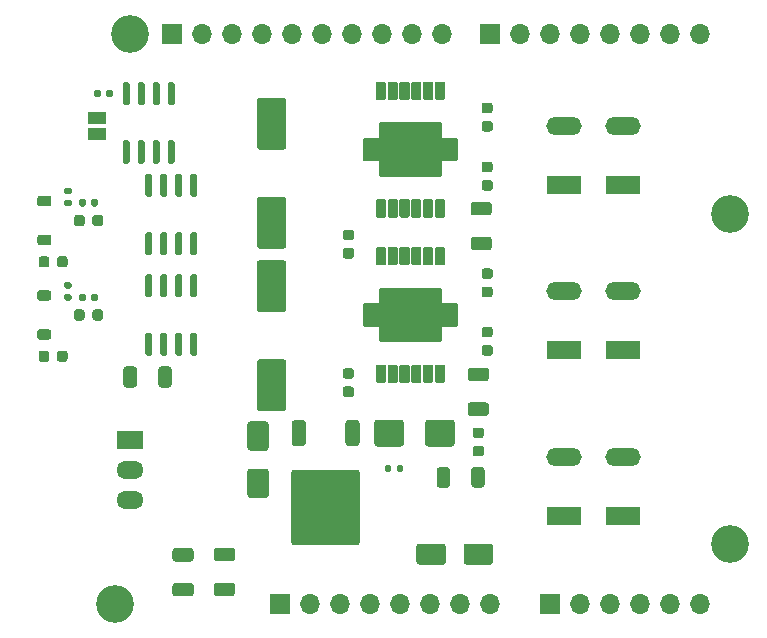
<source format=gbr>
G04 #@! TF.GenerationSoftware,KiCad,Pcbnew,8.0.8+1*
G04 #@! TF.CreationDate,2025-03-25T20:28:42+00:00*
G04 #@! TF.ProjectId,dc_shield,64635f73-6869-4656-9c64-2e6b69636164,rev?*
G04 #@! TF.SameCoordinates,Original*
G04 #@! TF.FileFunction,Soldermask,Top*
G04 #@! TF.FilePolarity,Negative*
%FSLAX46Y46*%
G04 Gerber Fmt 4.6, Leading zero omitted, Abs format (unit mm)*
G04 Created by KiCad (PCBNEW 8.0.8+1) date 2025-03-25 20:28:42*
%MOMM*%
%LPD*%
G01*
G04 APERTURE LIST*
%ADD10R,1.700000X1.700000*%
%ADD11O,1.700000X1.700000*%
%ADD12R,1.500000X1.000000*%
%ADD13R,3.000000X1.500000*%
%ADD14O,3.000000X1.500000*%
%ADD15C,3.200000*%
%ADD16R,2.300000X1.500000*%
%ADD17O,2.300000X1.500000*%
G04 APERTURE END LIST*
D10*
X127940000Y-97460000D03*
D11*
X130480000Y-97460000D03*
X133020000Y-97460000D03*
X135560000Y-97460000D03*
X138100000Y-97460000D03*
X140640000Y-97460000D03*
X143180000Y-97460000D03*
X145720000Y-97460000D03*
D10*
X150800000Y-97460000D03*
D11*
X153340000Y-97460000D03*
X155880000Y-97460000D03*
X158420000Y-97460000D03*
X160960000Y-97460000D03*
X163500000Y-97460000D03*
D10*
X118796000Y-49200000D03*
D11*
X121336000Y-49200000D03*
X123876000Y-49200000D03*
X126416000Y-49200000D03*
X128956000Y-49200000D03*
X131496000Y-49200000D03*
X134036000Y-49200000D03*
X136576000Y-49200000D03*
X139116000Y-49200000D03*
X141656000Y-49200000D03*
D10*
X145720000Y-49200000D03*
D11*
X148260000Y-49200000D03*
X150800000Y-49200000D03*
X153340000Y-49200000D03*
X155880000Y-49200000D03*
X158420000Y-49200000D03*
X160960000Y-49200000D03*
X163500000Y-49200000D03*
G36*
G01*
X115090000Y-60175000D02*
X114790000Y-60175000D01*
G75*
G02*
X114640000Y-60025000I0J150000D01*
G01*
X114640000Y-58375000D01*
G75*
G02*
X114790000Y-58225000I150000J0D01*
G01*
X115090000Y-58225000D01*
G75*
G02*
X115240000Y-58375000I0J-150000D01*
G01*
X115240000Y-60025000D01*
G75*
G02*
X115090000Y-60175000I-150000J0D01*
G01*
G37*
G36*
G01*
X116360000Y-60175000D02*
X116060000Y-60175000D01*
G75*
G02*
X115910000Y-60025000I0J150000D01*
G01*
X115910000Y-58375000D01*
G75*
G02*
X116060000Y-58225000I150000J0D01*
G01*
X116360000Y-58225000D01*
G75*
G02*
X116510000Y-58375000I0J-150000D01*
G01*
X116510000Y-60025000D01*
G75*
G02*
X116360000Y-60175000I-150000J0D01*
G01*
G37*
G36*
G01*
X117630000Y-60175000D02*
X117330000Y-60175000D01*
G75*
G02*
X117180000Y-60025000I0J150000D01*
G01*
X117180000Y-58375000D01*
G75*
G02*
X117330000Y-58225000I150000J0D01*
G01*
X117630000Y-58225000D01*
G75*
G02*
X117780000Y-58375000I0J-150000D01*
G01*
X117780000Y-60025000D01*
G75*
G02*
X117630000Y-60175000I-150000J0D01*
G01*
G37*
G36*
G01*
X118900000Y-60175000D02*
X118600000Y-60175000D01*
G75*
G02*
X118450000Y-60025000I0J150000D01*
G01*
X118450000Y-58375000D01*
G75*
G02*
X118600000Y-58225000I150000J0D01*
G01*
X118900000Y-58225000D01*
G75*
G02*
X119050000Y-58375000I0J-150000D01*
G01*
X119050000Y-60025000D01*
G75*
G02*
X118900000Y-60175000I-150000J0D01*
G01*
G37*
G36*
G01*
X118900000Y-55225000D02*
X118600000Y-55225000D01*
G75*
G02*
X118450000Y-55075000I0J150000D01*
G01*
X118450000Y-53425000D01*
G75*
G02*
X118600000Y-53275000I150000J0D01*
G01*
X118900000Y-53275000D01*
G75*
G02*
X119050000Y-53425000I0J-150000D01*
G01*
X119050000Y-55075000D01*
G75*
G02*
X118900000Y-55225000I-150000J0D01*
G01*
G37*
G36*
G01*
X117630000Y-55225000D02*
X117330000Y-55225000D01*
G75*
G02*
X117180000Y-55075000I0J150000D01*
G01*
X117180000Y-53425000D01*
G75*
G02*
X117330000Y-53275000I150000J0D01*
G01*
X117630000Y-53275000D01*
G75*
G02*
X117780000Y-53425000I0J-150000D01*
G01*
X117780000Y-55075000D01*
G75*
G02*
X117630000Y-55225000I-150000J0D01*
G01*
G37*
G36*
G01*
X116360000Y-55225000D02*
X116060000Y-55225000D01*
G75*
G02*
X115910000Y-55075000I0J150000D01*
G01*
X115910000Y-53425000D01*
G75*
G02*
X116060000Y-53275000I150000J0D01*
G01*
X116360000Y-53275000D01*
G75*
G02*
X116510000Y-53425000I0J-150000D01*
G01*
X116510000Y-55075000D01*
G75*
G02*
X116360000Y-55225000I-150000J0D01*
G01*
G37*
G36*
G01*
X115090000Y-55225000D02*
X114790000Y-55225000D01*
G75*
G02*
X114640000Y-55075000I0J150000D01*
G01*
X114640000Y-53425000D01*
G75*
G02*
X114790000Y-53275000I150000J0D01*
G01*
X115090000Y-53275000D01*
G75*
G02*
X115240000Y-53425000I0J-150000D01*
G01*
X115240000Y-55075000D01*
G75*
G02*
X115090000Y-55225000I-150000J0D01*
G01*
G37*
G36*
G01*
X108375000Y-67100000D02*
X107625000Y-67100000D01*
G75*
G02*
X107400000Y-66875000I0J225000D01*
G01*
X107400000Y-66425000D01*
G75*
G02*
X107625000Y-66200000I225000J0D01*
G01*
X108375000Y-66200000D01*
G75*
G02*
X108600000Y-66425000I0J-225000D01*
G01*
X108600000Y-66875000D01*
G75*
G02*
X108375000Y-67100000I-225000J0D01*
G01*
G37*
G36*
G01*
X108375000Y-63800000D02*
X107625000Y-63800000D01*
G75*
G02*
X107400000Y-63575000I0J225000D01*
G01*
X107400000Y-63125000D01*
G75*
G02*
X107625000Y-62900000I225000J0D01*
G01*
X108375000Y-62900000D01*
G75*
G02*
X108600000Y-63125000I0J-225000D01*
G01*
X108600000Y-63575000D01*
G75*
G02*
X108375000Y-63800000I-225000J0D01*
G01*
G37*
G36*
G01*
X128250000Y-67400000D02*
X126250000Y-67400000D01*
G75*
G02*
X126000000Y-67150000I0J250000D01*
G01*
X126000000Y-63250000D01*
G75*
G02*
X126250000Y-63000000I250000J0D01*
G01*
X128250000Y-63000000D01*
G75*
G02*
X128500000Y-63250000I0J-250000D01*
G01*
X128500000Y-67150000D01*
G75*
G02*
X128250000Y-67400000I-250000J0D01*
G01*
G37*
G36*
G01*
X128250000Y-59000000D02*
X126250000Y-59000000D01*
G75*
G02*
X126000000Y-58750000I0J250000D01*
G01*
X126000000Y-54850000D01*
G75*
G02*
X126250000Y-54600000I250000J0D01*
G01*
X128250000Y-54600000D01*
G75*
G02*
X128500000Y-54850000I0J-250000D01*
G01*
X128500000Y-58750000D01*
G75*
G02*
X128250000Y-59000000I-250000J0D01*
G01*
G37*
G36*
G01*
X112530000Y-71315000D02*
X112530000Y-71685000D01*
G75*
G02*
X112395000Y-71820000I-135000J0D01*
G01*
X112125000Y-71820000D01*
G75*
G02*
X111990000Y-71685000I0J135000D01*
G01*
X111990000Y-71315000D01*
G75*
G02*
X112125000Y-71180000I135000J0D01*
G01*
X112395000Y-71180000D01*
G75*
G02*
X112530000Y-71315000I0J-135000D01*
G01*
G37*
G36*
G01*
X111510000Y-71315000D02*
X111510000Y-71685000D01*
G75*
G02*
X111375000Y-71820000I-135000J0D01*
G01*
X111105000Y-71820000D01*
G75*
G02*
X110970000Y-71685000I0J135000D01*
G01*
X110970000Y-71315000D01*
G75*
G02*
X111105000Y-71180000I135000J0D01*
G01*
X111375000Y-71180000D01*
G75*
G02*
X111510000Y-71315000I0J-135000D01*
G01*
G37*
G36*
G01*
X110185000Y-63780000D02*
X109815000Y-63780000D01*
G75*
G02*
X109680000Y-63645000I0J135000D01*
G01*
X109680000Y-63375000D01*
G75*
G02*
X109815000Y-63240000I135000J0D01*
G01*
X110185000Y-63240000D01*
G75*
G02*
X110320000Y-63375000I0J-135000D01*
G01*
X110320000Y-63645000D01*
G75*
G02*
X110185000Y-63780000I-135000J0D01*
G01*
G37*
G36*
G01*
X110185000Y-62760000D02*
X109815000Y-62760000D01*
G75*
G02*
X109680000Y-62625000I0J135000D01*
G01*
X109680000Y-62355000D01*
G75*
G02*
X109815000Y-62220000I135000J0D01*
G01*
X110185000Y-62220000D01*
G75*
G02*
X110320000Y-62355000I0J-135000D01*
G01*
X110320000Y-62625000D01*
G75*
G02*
X110185000Y-62760000I-135000J0D01*
G01*
G37*
D12*
X112500000Y-57650000D03*
X112500000Y-56350000D03*
G36*
G01*
X122600000Y-92700000D02*
X123900000Y-92700000D01*
G75*
G02*
X124150000Y-92950000I0J-250000D01*
G01*
X124150000Y-93600000D01*
G75*
G02*
X123900000Y-93850000I-250000J0D01*
G01*
X122600000Y-93850000D01*
G75*
G02*
X122350000Y-93600000I0J250000D01*
G01*
X122350000Y-92950000D01*
G75*
G02*
X122600000Y-92700000I250000J0D01*
G01*
G37*
G36*
G01*
X122600000Y-95650000D02*
X123900000Y-95650000D01*
G75*
G02*
X124150000Y-95900000I0J-250000D01*
G01*
X124150000Y-96550000D01*
G75*
G02*
X123900000Y-96800000I-250000J0D01*
G01*
X122600000Y-96800000D01*
G75*
G02*
X122350000Y-96550000I0J250000D01*
G01*
X122350000Y-95900000D01*
G75*
G02*
X122600000Y-95650000I250000J0D01*
G01*
G37*
G36*
G01*
X133750000Y-81900000D02*
X134450000Y-81900000D01*
G75*
G02*
X134700000Y-82150000I0J-250000D01*
G01*
X134700000Y-83850000D01*
G75*
G02*
X134450000Y-84100000I-250000J0D01*
G01*
X133750000Y-84100000D01*
G75*
G02*
X133500000Y-83850000I0J250000D01*
G01*
X133500000Y-82150000D01*
G75*
G02*
X133750000Y-81900000I250000J0D01*
G01*
G37*
G36*
G01*
X129169997Y-86100000D02*
X134470003Y-86100000D01*
G75*
G02*
X134720000Y-86349997I0J-249997D01*
G01*
X134720000Y-92250003D01*
G75*
G02*
X134470003Y-92500000I-249997J0D01*
G01*
X129169997Y-92500000D01*
G75*
G02*
X128920000Y-92250003I0J249997D01*
G01*
X128920000Y-86349997D01*
G75*
G02*
X129169997Y-86100000I249997J0D01*
G01*
G37*
G36*
G01*
X129190000Y-81900000D02*
X129890000Y-81900000D01*
G75*
G02*
X130140000Y-82150000I0J-250000D01*
G01*
X130140000Y-83850000D01*
G75*
G02*
X129890000Y-84100000I-250000J0D01*
G01*
X129190000Y-84100000D01*
G75*
G02*
X128940000Y-83850000I0J250000D01*
G01*
X128940000Y-82150000D01*
G75*
G02*
X129190000Y-81900000I250000J0D01*
G01*
G37*
G36*
G01*
X126750000Y-88500000D02*
X125450000Y-88500000D01*
G75*
G02*
X125200000Y-88250000I0J250000D01*
G01*
X125200000Y-86250000D01*
G75*
G02*
X125450000Y-86000000I250000J0D01*
G01*
X126750000Y-86000000D01*
G75*
G02*
X127000000Y-86250000I0J-250000D01*
G01*
X127000000Y-88250000D01*
G75*
G02*
X126750000Y-88500000I-250000J0D01*
G01*
G37*
G36*
G01*
X126750000Y-84500000D02*
X125450000Y-84500000D01*
G75*
G02*
X125200000Y-84250000I0J250000D01*
G01*
X125200000Y-82250000D01*
G75*
G02*
X125450000Y-82000000I250000J0D01*
G01*
X126750000Y-82000000D01*
G75*
G02*
X127000000Y-82250000I0J-250000D01*
G01*
X127000000Y-84250000D01*
G75*
G02*
X126750000Y-84500000I-250000J0D01*
G01*
G37*
G36*
G01*
X136830000Y-86185000D02*
X136830000Y-85815000D01*
G75*
G02*
X136965000Y-85680000I135000J0D01*
G01*
X137235000Y-85680000D01*
G75*
G02*
X137370000Y-85815000I0J-135000D01*
G01*
X137370000Y-86185000D01*
G75*
G02*
X137235000Y-86320000I-135000J0D01*
G01*
X136965000Y-86320000D01*
G75*
G02*
X136830000Y-86185000I0J135000D01*
G01*
G37*
G36*
G01*
X137850000Y-86185000D02*
X137850000Y-85815000D01*
G75*
G02*
X137985000Y-85680000I135000J0D01*
G01*
X138255000Y-85680000D01*
G75*
G02*
X138390000Y-85815000I0J-135000D01*
G01*
X138390000Y-86185000D01*
G75*
G02*
X138255000Y-86320000I-135000J0D01*
G01*
X137985000Y-86320000D01*
G75*
G02*
X137850000Y-86185000I0J135000D01*
G01*
G37*
G36*
G01*
X145750000Y-62475000D02*
X145250000Y-62475000D01*
G75*
G02*
X145025000Y-62250000I0J225000D01*
G01*
X145025000Y-61800000D01*
G75*
G02*
X145250000Y-61575000I225000J0D01*
G01*
X145750000Y-61575000D01*
G75*
G02*
X145975000Y-61800000I0J-225000D01*
G01*
X145975000Y-62250000D01*
G75*
G02*
X145750000Y-62475000I-225000J0D01*
G01*
G37*
G36*
G01*
X145750000Y-60925000D02*
X145250000Y-60925000D01*
G75*
G02*
X145025000Y-60700000I0J225000D01*
G01*
X145025000Y-60250000D01*
G75*
G02*
X145250000Y-60025000I225000J0D01*
G01*
X145750000Y-60025000D01*
G75*
G02*
X145975000Y-60250000I0J-225000D01*
G01*
X145975000Y-60700000D01*
G75*
G02*
X145750000Y-60925000I-225000J0D01*
G01*
G37*
G36*
G01*
X112530000Y-63315000D02*
X112530000Y-63685000D01*
G75*
G02*
X112395000Y-63820000I-135000J0D01*
G01*
X112125000Y-63820000D01*
G75*
G02*
X111990000Y-63685000I0J135000D01*
G01*
X111990000Y-63315000D01*
G75*
G02*
X112125000Y-63180000I135000J0D01*
G01*
X112395000Y-63180000D01*
G75*
G02*
X112530000Y-63315000I0J-135000D01*
G01*
G37*
G36*
G01*
X111510000Y-63315000D02*
X111510000Y-63685000D01*
G75*
G02*
X111375000Y-63820000I-135000J0D01*
G01*
X111105000Y-63820000D01*
G75*
G02*
X110970000Y-63685000I0J135000D01*
G01*
X110970000Y-63315000D01*
G75*
G02*
X111105000Y-63180000I135000J0D01*
G01*
X111375000Y-63180000D01*
G75*
G02*
X111510000Y-63315000I0J-135000D01*
G01*
G37*
G36*
G01*
X145650000Y-67525000D02*
X144350000Y-67525000D01*
G75*
G02*
X144100000Y-67275000I0J250000D01*
G01*
X144100000Y-66625000D01*
G75*
G02*
X144350000Y-66375000I250000J0D01*
G01*
X145650000Y-66375000D01*
G75*
G02*
X145900000Y-66625000I0J-250000D01*
G01*
X145900000Y-67275000D01*
G75*
G02*
X145650000Y-67525000I-250000J0D01*
G01*
G37*
G36*
G01*
X145650000Y-64575000D02*
X144350000Y-64575000D01*
G75*
G02*
X144100000Y-64325000I0J250000D01*
G01*
X144100000Y-63675000D01*
G75*
G02*
X144350000Y-63425000I250000J0D01*
G01*
X145650000Y-63425000D01*
G75*
G02*
X145900000Y-63675000I0J-250000D01*
G01*
X145900000Y-64325000D01*
G75*
G02*
X145650000Y-64575000I-250000J0D01*
G01*
G37*
G36*
G01*
X145275000Y-86125000D02*
X145275000Y-87375000D01*
G75*
G02*
X145025000Y-87625000I-250000J0D01*
G01*
X144400000Y-87625000D01*
G75*
G02*
X144150000Y-87375000I0J250000D01*
G01*
X144150000Y-86125000D01*
G75*
G02*
X144400000Y-85875000I250000J0D01*
G01*
X145025000Y-85875000D01*
G75*
G02*
X145275000Y-86125000I0J-250000D01*
G01*
G37*
G36*
G01*
X142350000Y-86125000D02*
X142350000Y-87375000D01*
G75*
G02*
X142100000Y-87625000I-250000J0D01*
G01*
X141475000Y-87625000D01*
G75*
G02*
X141225000Y-87375000I0J250000D01*
G01*
X141225000Y-86125000D01*
G75*
G02*
X141475000Y-85875000I250000J0D01*
G01*
X142100000Y-85875000D01*
G75*
G02*
X142350000Y-86125000I0J-250000D01*
G01*
G37*
G36*
G01*
X116995000Y-76450000D02*
X116695000Y-76450000D01*
G75*
G02*
X116545000Y-76300000I0J150000D01*
G01*
X116545000Y-74650000D01*
G75*
G02*
X116695000Y-74500000I150000J0D01*
G01*
X116995000Y-74500000D01*
G75*
G02*
X117145000Y-74650000I0J-150000D01*
G01*
X117145000Y-76300000D01*
G75*
G02*
X116995000Y-76450000I-150000J0D01*
G01*
G37*
G36*
G01*
X118265000Y-76450000D02*
X117965000Y-76450000D01*
G75*
G02*
X117815000Y-76300000I0J150000D01*
G01*
X117815000Y-74650000D01*
G75*
G02*
X117965000Y-74500000I150000J0D01*
G01*
X118265000Y-74500000D01*
G75*
G02*
X118415000Y-74650000I0J-150000D01*
G01*
X118415000Y-76300000D01*
G75*
G02*
X118265000Y-76450000I-150000J0D01*
G01*
G37*
G36*
G01*
X119535000Y-76450000D02*
X119235000Y-76450000D01*
G75*
G02*
X119085000Y-76300000I0J150000D01*
G01*
X119085000Y-74650000D01*
G75*
G02*
X119235000Y-74500000I150000J0D01*
G01*
X119535000Y-74500000D01*
G75*
G02*
X119685000Y-74650000I0J-150000D01*
G01*
X119685000Y-76300000D01*
G75*
G02*
X119535000Y-76450000I-150000J0D01*
G01*
G37*
G36*
G01*
X120805000Y-76450000D02*
X120505000Y-76450000D01*
G75*
G02*
X120355000Y-76300000I0J150000D01*
G01*
X120355000Y-74650000D01*
G75*
G02*
X120505000Y-74500000I150000J0D01*
G01*
X120805000Y-74500000D01*
G75*
G02*
X120955000Y-74650000I0J-150000D01*
G01*
X120955000Y-76300000D01*
G75*
G02*
X120805000Y-76450000I-150000J0D01*
G01*
G37*
G36*
G01*
X120805000Y-71500000D02*
X120505000Y-71500000D01*
G75*
G02*
X120355000Y-71350000I0J150000D01*
G01*
X120355000Y-69700000D01*
G75*
G02*
X120505000Y-69550000I150000J0D01*
G01*
X120805000Y-69550000D01*
G75*
G02*
X120955000Y-69700000I0J-150000D01*
G01*
X120955000Y-71350000D01*
G75*
G02*
X120805000Y-71500000I-150000J0D01*
G01*
G37*
G36*
G01*
X119535000Y-71500000D02*
X119235000Y-71500000D01*
G75*
G02*
X119085000Y-71350000I0J150000D01*
G01*
X119085000Y-69700000D01*
G75*
G02*
X119235000Y-69550000I150000J0D01*
G01*
X119535000Y-69550000D01*
G75*
G02*
X119685000Y-69700000I0J-150000D01*
G01*
X119685000Y-71350000D01*
G75*
G02*
X119535000Y-71500000I-150000J0D01*
G01*
G37*
G36*
G01*
X118265000Y-71500000D02*
X117965000Y-71500000D01*
G75*
G02*
X117815000Y-71350000I0J150000D01*
G01*
X117815000Y-69700000D01*
G75*
G02*
X117965000Y-69550000I150000J0D01*
G01*
X118265000Y-69550000D01*
G75*
G02*
X118415000Y-69700000I0J-150000D01*
G01*
X118415000Y-71350000D01*
G75*
G02*
X118265000Y-71500000I-150000J0D01*
G01*
G37*
G36*
G01*
X116995000Y-71500000D02*
X116695000Y-71500000D01*
G75*
G02*
X116545000Y-71350000I0J150000D01*
G01*
X116545000Y-69700000D01*
G75*
G02*
X116695000Y-69550000I150000J0D01*
G01*
X116995000Y-69550000D01*
G75*
G02*
X117145000Y-69700000I0J-150000D01*
G01*
X117145000Y-71350000D01*
G75*
G02*
X116995000Y-71500000I-150000J0D01*
G01*
G37*
G36*
G01*
X107525000Y-76750000D02*
X107525000Y-76250000D01*
G75*
G02*
X107750000Y-76025000I225000J0D01*
G01*
X108200000Y-76025000D01*
G75*
G02*
X108425000Y-76250000I0J-225000D01*
G01*
X108425000Y-76750000D01*
G75*
G02*
X108200000Y-76975000I-225000J0D01*
G01*
X107750000Y-76975000D01*
G75*
G02*
X107525000Y-76750000I0J225000D01*
G01*
G37*
G36*
G01*
X109075000Y-76750000D02*
X109075000Y-76250000D01*
G75*
G02*
X109300000Y-76025000I225000J0D01*
G01*
X109750000Y-76025000D01*
G75*
G02*
X109975000Y-76250000I0J-225000D01*
G01*
X109975000Y-76750000D01*
G75*
G02*
X109750000Y-76975000I-225000J0D01*
G01*
X109300000Y-76975000D01*
G75*
G02*
X109075000Y-76750000I0J225000D01*
G01*
G37*
G36*
G01*
X114700000Y-78900000D02*
X114700000Y-77600000D01*
G75*
G02*
X114950000Y-77350000I250000J0D01*
G01*
X115600000Y-77350000D01*
G75*
G02*
X115850000Y-77600000I0J-250000D01*
G01*
X115850000Y-78900000D01*
G75*
G02*
X115600000Y-79150000I-250000J0D01*
G01*
X114950000Y-79150000D01*
G75*
G02*
X114700000Y-78900000I0J250000D01*
G01*
G37*
G36*
G01*
X117650000Y-78900000D02*
X117650000Y-77600000D01*
G75*
G02*
X117900000Y-77350000I250000J0D01*
G01*
X118550000Y-77350000D01*
G75*
G02*
X118800000Y-77600000I0J-250000D01*
G01*
X118800000Y-78900000D01*
G75*
G02*
X118550000Y-79150000I-250000J0D01*
G01*
X117900000Y-79150000D01*
G75*
G02*
X117650000Y-78900000I0J250000D01*
G01*
G37*
G36*
G01*
X142750000Y-82100000D02*
X142750000Y-83900000D01*
G75*
G02*
X142500000Y-84150000I-250000J0D01*
G01*
X140500000Y-84150000D01*
G75*
G02*
X140250000Y-83900000I0J250000D01*
G01*
X140250000Y-82100000D01*
G75*
G02*
X140500000Y-81850000I250000J0D01*
G01*
X142500000Y-81850000D01*
G75*
G02*
X142750000Y-82100000I0J-250000D01*
G01*
G37*
G36*
G01*
X138450000Y-82100000D02*
X138450000Y-83900000D01*
G75*
G02*
X138200000Y-84150000I-250000J0D01*
G01*
X136200000Y-84150000D01*
G75*
G02*
X135950000Y-83900000I0J250000D01*
G01*
X135950000Y-82100000D01*
G75*
G02*
X136200000Y-81850000I250000J0D01*
G01*
X138200000Y-81850000D01*
G75*
G02*
X138450000Y-82100000I0J-250000D01*
G01*
G37*
G36*
G01*
X133500000Y-65775000D02*
X134000000Y-65775000D01*
G75*
G02*
X134225000Y-66000000I0J-225000D01*
G01*
X134225000Y-66450000D01*
G75*
G02*
X134000000Y-66675000I-225000J0D01*
G01*
X133500000Y-66675000D01*
G75*
G02*
X133275000Y-66450000I0J225000D01*
G01*
X133275000Y-66000000D01*
G75*
G02*
X133500000Y-65775000I225000J0D01*
G01*
G37*
G36*
G01*
X133500000Y-67325000D02*
X134000000Y-67325000D01*
G75*
G02*
X134225000Y-67550000I0J-225000D01*
G01*
X134225000Y-68000000D01*
G75*
G02*
X134000000Y-68225000I-225000J0D01*
G01*
X133500000Y-68225000D01*
G75*
G02*
X133275000Y-68000000I0J225000D01*
G01*
X133275000Y-67550000D01*
G75*
G02*
X133500000Y-67325000I225000J0D01*
G01*
G37*
G36*
G01*
X112975000Y-72750000D02*
X112975000Y-73250000D01*
G75*
G02*
X112750000Y-73475000I-225000J0D01*
G01*
X112300000Y-73475000D01*
G75*
G02*
X112075000Y-73250000I0J225000D01*
G01*
X112075000Y-72750000D01*
G75*
G02*
X112300000Y-72525000I225000J0D01*
G01*
X112750000Y-72525000D01*
G75*
G02*
X112975000Y-72750000I0J-225000D01*
G01*
G37*
G36*
G01*
X111425000Y-72750000D02*
X111425000Y-73250000D01*
G75*
G02*
X111200000Y-73475000I-225000J0D01*
G01*
X110750000Y-73475000D01*
G75*
G02*
X110525000Y-73250000I0J225000D01*
G01*
X110525000Y-72750000D01*
G75*
G02*
X110750000Y-72525000I225000J0D01*
G01*
X111200000Y-72525000D01*
G75*
G02*
X111425000Y-72750000I0J-225000D01*
G01*
G37*
G36*
G01*
X107525000Y-68750000D02*
X107525000Y-68250000D01*
G75*
G02*
X107750000Y-68025000I225000J0D01*
G01*
X108200000Y-68025000D01*
G75*
G02*
X108425000Y-68250000I0J-225000D01*
G01*
X108425000Y-68750000D01*
G75*
G02*
X108200000Y-68975000I-225000J0D01*
G01*
X107750000Y-68975000D01*
G75*
G02*
X107525000Y-68750000I0J225000D01*
G01*
G37*
G36*
G01*
X109075000Y-68750000D02*
X109075000Y-68250000D01*
G75*
G02*
X109300000Y-68025000I225000J0D01*
G01*
X109750000Y-68025000D01*
G75*
G02*
X109975000Y-68250000I0J-225000D01*
G01*
X109975000Y-68750000D01*
G75*
G02*
X109750000Y-68975000I-225000J0D01*
G01*
X109300000Y-68975000D01*
G75*
G02*
X109075000Y-68750000I0J225000D01*
G01*
G37*
D13*
X152000000Y-62000000D03*
X157000000Y-62000000D03*
D14*
X152000000Y-57000000D03*
X157000000Y-57000000D03*
G36*
G01*
X116995000Y-67950000D02*
X116695000Y-67950000D01*
G75*
G02*
X116545000Y-67800000I0J150000D01*
G01*
X116545000Y-66150000D01*
G75*
G02*
X116695000Y-66000000I150000J0D01*
G01*
X116995000Y-66000000D01*
G75*
G02*
X117145000Y-66150000I0J-150000D01*
G01*
X117145000Y-67800000D01*
G75*
G02*
X116995000Y-67950000I-150000J0D01*
G01*
G37*
G36*
G01*
X118265000Y-67950000D02*
X117965000Y-67950000D01*
G75*
G02*
X117815000Y-67800000I0J150000D01*
G01*
X117815000Y-66150000D01*
G75*
G02*
X117965000Y-66000000I150000J0D01*
G01*
X118265000Y-66000000D01*
G75*
G02*
X118415000Y-66150000I0J-150000D01*
G01*
X118415000Y-67800000D01*
G75*
G02*
X118265000Y-67950000I-150000J0D01*
G01*
G37*
G36*
G01*
X119535000Y-67950000D02*
X119235000Y-67950000D01*
G75*
G02*
X119085000Y-67800000I0J150000D01*
G01*
X119085000Y-66150000D01*
G75*
G02*
X119235000Y-66000000I150000J0D01*
G01*
X119535000Y-66000000D01*
G75*
G02*
X119685000Y-66150000I0J-150000D01*
G01*
X119685000Y-67800000D01*
G75*
G02*
X119535000Y-67950000I-150000J0D01*
G01*
G37*
G36*
G01*
X120805000Y-67950000D02*
X120505000Y-67950000D01*
G75*
G02*
X120355000Y-67800000I0J150000D01*
G01*
X120355000Y-66150000D01*
G75*
G02*
X120505000Y-66000000I150000J0D01*
G01*
X120805000Y-66000000D01*
G75*
G02*
X120955000Y-66150000I0J-150000D01*
G01*
X120955000Y-67800000D01*
G75*
G02*
X120805000Y-67950000I-150000J0D01*
G01*
G37*
G36*
G01*
X120805000Y-63000000D02*
X120505000Y-63000000D01*
G75*
G02*
X120355000Y-62850000I0J150000D01*
G01*
X120355000Y-61200000D01*
G75*
G02*
X120505000Y-61050000I150000J0D01*
G01*
X120805000Y-61050000D01*
G75*
G02*
X120955000Y-61200000I0J-150000D01*
G01*
X120955000Y-62850000D01*
G75*
G02*
X120805000Y-63000000I-150000J0D01*
G01*
G37*
G36*
G01*
X119535000Y-63000000D02*
X119235000Y-63000000D01*
G75*
G02*
X119085000Y-62850000I0J150000D01*
G01*
X119085000Y-61200000D01*
G75*
G02*
X119235000Y-61050000I150000J0D01*
G01*
X119535000Y-61050000D01*
G75*
G02*
X119685000Y-61200000I0J-150000D01*
G01*
X119685000Y-62850000D01*
G75*
G02*
X119535000Y-63000000I-150000J0D01*
G01*
G37*
G36*
G01*
X118265000Y-63000000D02*
X117965000Y-63000000D01*
G75*
G02*
X117815000Y-62850000I0J150000D01*
G01*
X117815000Y-61200000D01*
G75*
G02*
X117965000Y-61050000I150000J0D01*
G01*
X118265000Y-61050000D01*
G75*
G02*
X118415000Y-61200000I0J-150000D01*
G01*
X118415000Y-62850000D01*
G75*
G02*
X118265000Y-63000000I-150000J0D01*
G01*
G37*
G36*
G01*
X116995000Y-63000000D02*
X116695000Y-63000000D01*
G75*
G02*
X116545000Y-62850000I0J150000D01*
G01*
X116545000Y-61200000D01*
G75*
G02*
X116695000Y-61050000I150000J0D01*
G01*
X116995000Y-61050000D01*
G75*
G02*
X117145000Y-61200000I0J-150000D01*
G01*
X117145000Y-62850000D01*
G75*
G02*
X116995000Y-63000000I-150000J0D01*
G01*
G37*
G36*
G01*
X134000000Y-79950000D02*
X133500000Y-79950000D01*
G75*
G02*
X133275000Y-79725000I0J225000D01*
G01*
X133275000Y-79275000D01*
G75*
G02*
X133500000Y-79050000I225000J0D01*
G01*
X134000000Y-79050000D01*
G75*
G02*
X134225000Y-79275000I0J-225000D01*
G01*
X134225000Y-79725000D01*
G75*
G02*
X134000000Y-79950000I-225000J0D01*
G01*
G37*
G36*
G01*
X134000000Y-78400000D02*
X133500000Y-78400000D01*
G75*
G02*
X133275000Y-78175000I0J225000D01*
G01*
X133275000Y-77725000D01*
G75*
G02*
X133500000Y-77500000I225000J0D01*
G01*
X134000000Y-77500000D01*
G75*
G02*
X134225000Y-77725000I0J-225000D01*
G01*
X134225000Y-78175000D01*
G75*
G02*
X134000000Y-78400000I-225000J0D01*
G01*
G37*
G36*
G01*
X136825000Y-78752000D02*
X136175000Y-78752000D01*
G75*
G02*
X136073000Y-78650000I0J102000D01*
G01*
X136073000Y-77300000D01*
G75*
G02*
X136175000Y-77198000I102000J0D01*
G01*
X136825000Y-77198000D01*
G75*
G02*
X136927000Y-77300000I0J-102000D01*
G01*
X136927000Y-78650000D01*
G75*
G02*
X136825000Y-78752000I-102000J0D01*
G01*
G37*
G36*
G01*
X137825000Y-78752000D02*
X137175000Y-78752000D01*
G75*
G02*
X137073000Y-78650000I0J102000D01*
G01*
X137073000Y-77300000D01*
G75*
G02*
X137175000Y-77198000I102000J0D01*
G01*
X137825000Y-77198000D01*
G75*
G02*
X137927000Y-77300000I0J-102000D01*
G01*
X137927000Y-78650000D01*
G75*
G02*
X137825000Y-78752000I-102000J0D01*
G01*
G37*
G36*
G01*
X138825000Y-78752000D02*
X138175000Y-78752000D01*
G75*
G02*
X138073000Y-78650000I0J102000D01*
G01*
X138073000Y-77300000D01*
G75*
G02*
X138175000Y-77198000I102000J0D01*
G01*
X138825000Y-77198000D01*
G75*
G02*
X138927000Y-77300000I0J-102000D01*
G01*
X138927000Y-78650000D01*
G75*
G02*
X138825000Y-78752000I-102000J0D01*
G01*
G37*
G36*
G01*
X139825000Y-78752000D02*
X139175000Y-78752000D01*
G75*
G02*
X139073000Y-78650000I0J102000D01*
G01*
X139073000Y-77300000D01*
G75*
G02*
X139175000Y-77198000I102000J0D01*
G01*
X139825000Y-77198000D01*
G75*
G02*
X139927000Y-77300000I0J-102000D01*
G01*
X139927000Y-78650000D01*
G75*
G02*
X139825000Y-78752000I-102000J0D01*
G01*
G37*
G36*
G01*
X140825000Y-78752000D02*
X140175000Y-78752000D01*
G75*
G02*
X140073000Y-78650000I0J102000D01*
G01*
X140073000Y-77300000D01*
G75*
G02*
X140175000Y-77198000I102000J0D01*
G01*
X140825000Y-77198000D01*
G75*
G02*
X140927000Y-77300000I0J-102000D01*
G01*
X140927000Y-78650000D01*
G75*
G02*
X140825000Y-78752000I-102000J0D01*
G01*
G37*
G36*
G01*
X141825000Y-78752000D02*
X141175000Y-78752000D01*
G75*
G02*
X141073000Y-78650000I0J102000D01*
G01*
X141073000Y-77300000D01*
G75*
G02*
X141175000Y-77198000I102000J0D01*
G01*
X141825000Y-77198000D01*
G75*
G02*
X141927000Y-77300000I0J-102000D01*
G01*
X141927000Y-78650000D01*
G75*
G02*
X141825000Y-78752000I-102000J0D01*
G01*
G37*
G36*
G01*
X141175000Y-67248000D02*
X141825000Y-67248000D01*
G75*
G02*
X141927000Y-67350000I0J-102000D01*
G01*
X141927000Y-68700000D01*
G75*
G02*
X141825000Y-68802000I-102000J0D01*
G01*
X141175000Y-68802000D01*
G75*
G02*
X141073000Y-68700000I0J102000D01*
G01*
X141073000Y-67350000D01*
G75*
G02*
X141175000Y-67248000I102000J0D01*
G01*
G37*
G36*
G01*
X140175000Y-67248000D02*
X140825000Y-67248000D01*
G75*
G02*
X140927000Y-67350000I0J-102000D01*
G01*
X140927000Y-68700000D01*
G75*
G02*
X140825000Y-68802000I-102000J0D01*
G01*
X140175000Y-68802000D01*
G75*
G02*
X140073000Y-68700000I0J102000D01*
G01*
X140073000Y-67350000D01*
G75*
G02*
X140175000Y-67248000I102000J0D01*
G01*
G37*
G36*
G01*
X139175000Y-67248000D02*
X139825000Y-67248000D01*
G75*
G02*
X139927000Y-67350000I0J-102000D01*
G01*
X139927000Y-68700000D01*
G75*
G02*
X139825000Y-68802000I-102000J0D01*
G01*
X139175000Y-68802000D01*
G75*
G02*
X139073000Y-68700000I0J102000D01*
G01*
X139073000Y-67350000D01*
G75*
G02*
X139175000Y-67248000I102000J0D01*
G01*
G37*
G36*
G01*
X138175000Y-67248000D02*
X138825000Y-67248000D01*
G75*
G02*
X138927000Y-67350000I0J-102000D01*
G01*
X138927000Y-68700000D01*
G75*
G02*
X138825000Y-68802000I-102000J0D01*
G01*
X138175000Y-68802000D01*
G75*
G02*
X138073000Y-68700000I0J102000D01*
G01*
X138073000Y-67350000D01*
G75*
G02*
X138175000Y-67248000I102000J0D01*
G01*
G37*
G36*
G01*
X137175000Y-67248000D02*
X137825000Y-67248000D01*
G75*
G02*
X137927000Y-67350000I0J-102000D01*
G01*
X137927000Y-68700000D01*
G75*
G02*
X137825000Y-68802000I-102000J0D01*
G01*
X137175000Y-68802000D01*
G75*
G02*
X137073000Y-68700000I0J102000D01*
G01*
X137073000Y-67350000D01*
G75*
G02*
X137175000Y-67248000I102000J0D01*
G01*
G37*
G36*
G01*
X136175000Y-67248000D02*
X136825000Y-67248000D01*
G75*
G02*
X136927000Y-67350000I0J-102000D01*
G01*
X136927000Y-68700000D01*
G75*
G02*
X136825000Y-68802000I-102000J0D01*
G01*
X136175000Y-68802000D01*
G75*
G02*
X136073000Y-68700000I0J102000D01*
G01*
X136073000Y-67350000D01*
G75*
G02*
X136175000Y-67248000I102000J0D01*
G01*
G37*
G36*
G01*
X136450000Y-70698000D02*
X141550000Y-70698000D01*
G75*
G02*
X141652000Y-70800000I0J-102000D01*
G01*
X141652000Y-75200000D01*
G75*
G02*
X141550000Y-75302000I-102000J0D01*
G01*
X136450000Y-75302000D01*
G75*
G02*
X136348000Y-75200000I0J102000D01*
G01*
X136348000Y-70800000D01*
G75*
G02*
X136450000Y-70698000I102000J0D01*
G01*
G37*
G36*
G01*
X136552000Y-72100000D02*
X136552000Y-73900000D01*
G75*
G02*
X136450000Y-74002000I-102000J0D01*
G01*
X135100000Y-74002000D01*
G75*
G02*
X134998000Y-73900000I0J102000D01*
G01*
X134998000Y-72100000D01*
G75*
G02*
X135100000Y-71998000I102000J0D01*
G01*
X136450000Y-71998000D01*
G75*
G02*
X136552000Y-72100000I0J-102000D01*
G01*
G37*
G36*
G01*
X143002000Y-72100000D02*
X143002000Y-73900000D01*
G75*
G02*
X142900000Y-74002000I-102000J0D01*
G01*
X141550000Y-74002000D01*
G75*
G02*
X141448000Y-73900000I0J102000D01*
G01*
X141448000Y-72100000D01*
G75*
G02*
X141550000Y-71998000I102000J0D01*
G01*
X142900000Y-71998000D01*
G75*
G02*
X143002000Y-72100000I0J-102000D01*
G01*
G37*
D15*
X115240000Y-49200000D03*
G36*
G01*
X145750000Y-71500000D02*
X145250000Y-71500000D01*
G75*
G02*
X145025000Y-71275000I0J225000D01*
G01*
X145025000Y-70825000D01*
G75*
G02*
X145250000Y-70600000I225000J0D01*
G01*
X145750000Y-70600000D01*
G75*
G02*
X145975000Y-70825000I0J-225000D01*
G01*
X145975000Y-71275000D01*
G75*
G02*
X145750000Y-71500000I-225000J0D01*
G01*
G37*
G36*
G01*
X145750000Y-69950000D02*
X145250000Y-69950000D01*
G75*
G02*
X145025000Y-69725000I0J225000D01*
G01*
X145025000Y-69275000D01*
G75*
G02*
X145250000Y-69050000I225000J0D01*
G01*
X145750000Y-69050000D01*
G75*
G02*
X145975000Y-69275000I0J-225000D01*
G01*
X145975000Y-69725000D01*
G75*
G02*
X145750000Y-69950000I-225000J0D01*
G01*
G37*
G36*
G01*
X113790000Y-54065000D02*
X113790000Y-54435000D01*
G75*
G02*
X113655000Y-54570000I-135000J0D01*
G01*
X113385000Y-54570000D01*
G75*
G02*
X113250000Y-54435000I0J135000D01*
G01*
X113250000Y-54065000D01*
G75*
G02*
X113385000Y-53930000I135000J0D01*
G01*
X113655000Y-53930000D01*
G75*
G02*
X113790000Y-54065000I0J-135000D01*
G01*
G37*
G36*
G01*
X112770000Y-54065000D02*
X112770000Y-54435000D01*
G75*
G02*
X112635000Y-54570000I-135000J0D01*
G01*
X112365000Y-54570000D01*
G75*
G02*
X112230000Y-54435000I0J135000D01*
G01*
X112230000Y-54065000D01*
G75*
G02*
X112365000Y-53930000I135000J0D01*
G01*
X112635000Y-53930000D01*
G75*
G02*
X112770000Y-54065000I0J-135000D01*
G01*
G37*
G36*
G01*
X112975000Y-64750000D02*
X112975000Y-65250000D01*
G75*
G02*
X112750000Y-65475000I-225000J0D01*
G01*
X112300000Y-65475000D01*
G75*
G02*
X112075000Y-65250000I0J225000D01*
G01*
X112075000Y-64750000D01*
G75*
G02*
X112300000Y-64525000I225000J0D01*
G01*
X112750000Y-64525000D01*
G75*
G02*
X112975000Y-64750000I0J-225000D01*
G01*
G37*
G36*
G01*
X111425000Y-64750000D02*
X111425000Y-65250000D01*
G75*
G02*
X111200000Y-65475000I-225000J0D01*
G01*
X110750000Y-65475000D01*
G75*
G02*
X110525000Y-65250000I0J225000D01*
G01*
X110525000Y-64750000D01*
G75*
G02*
X110750000Y-64525000I225000J0D01*
G01*
X111200000Y-64525000D01*
G75*
G02*
X111425000Y-64750000I0J-225000D01*
G01*
G37*
G36*
G01*
X108375000Y-75100000D02*
X107625000Y-75100000D01*
G75*
G02*
X107400000Y-74875000I0J225000D01*
G01*
X107400000Y-74425000D01*
G75*
G02*
X107625000Y-74200000I225000J0D01*
G01*
X108375000Y-74200000D01*
G75*
G02*
X108600000Y-74425000I0J-225000D01*
G01*
X108600000Y-74875000D01*
G75*
G02*
X108375000Y-75100000I-225000J0D01*
G01*
G37*
G36*
G01*
X108375000Y-71800000D02*
X107625000Y-71800000D01*
G75*
G02*
X107400000Y-71575000I0J225000D01*
G01*
X107400000Y-71125000D01*
G75*
G02*
X107625000Y-70900000I225000J0D01*
G01*
X108375000Y-70900000D01*
G75*
G02*
X108600000Y-71125000I0J-225000D01*
G01*
X108600000Y-71575000D01*
G75*
G02*
X108375000Y-71800000I-225000J0D01*
G01*
G37*
G36*
G01*
X144500000Y-82525000D02*
X145000000Y-82525000D01*
G75*
G02*
X145225000Y-82750000I0J-225000D01*
G01*
X145225000Y-83200000D01*
G75*
G02*
X145000000Y-83425000I-225000J0D01*
G01*
X144500000Y-83425000D01*
G75*
G02*
X144275000Y-83200000I0J225000D01*
G01*
X144275000Y-82750000D01*
G75*
G02*
X144500000Y-82525000I225000J0D01*
G01*
G37*
G36*
G01*
X144500000Y-84075000D02*
X145000000Y-84075000D01*
G75*
G02*
X145225000Y-84300000I0J-225000D01*
G01*
X145225000Y-84750000D01*
G75*
G02*
X145000000Y-84975000I-225000J0D01*
G01*
X144500000Y-84975000D01*
G75*
G02*
X144275000Y-84750000I0J225000D01*
G01*
X144275000Y-84300000D01*
G75*
G02*
X144500000Y-84075000I225000J0D01*
G01*
G37*
G36*
G01*
X128250000Y-81150000D02*
X126250000Y-81150000D01*
G75*
G02*
X126000000Y-80900000I0J250000D01*
G01*
X126000000Y-77000000D01*
G75*
G02*
X126250000Y-76750000I250000J0D01*
G01*
X128250000Y-76750000D01*
G75*
G02*
X128500000Y-77000000I0J-250000D01*
G01*
X128500000Y-80900000D01*
G75*
G02*
X128250000Y-81150000I-250000J0D01*
G01*
G37*
G36*
G01*
X128250000Y-72750000D02*
X126250000Y-72750000D01*
G75*
G02*
X126000000Y-72500000I0J250000D01*
G01*
X126000000Y-68600000D01*
G75*
G02*
X126250000Y-68350000I250000J0D01*
G01*
X128250000Y-68350000D01*
G75*
G02*
X128500000Y-68600000I0J-250000D01*
G01*
X128500000Y-72500000D01*
G75*
G02*
X128250000Y-72750000I-250000J0D01*
G01*
G37*
G36*
G01*
X146000000Y-92600000D02*
X146000000Y-93900000D01*
G75*
G02*
X145750000Y-94150000I-250000J0D01*
G01*
X143750000Y-94150000D01*
G75*
G02*
X143500000Y-93900000I0J250000D01*
G01*
X143500000Y-92600000D01*
G75*
G02*
X143750000Y-92350000I250000J0D01*
G01*
X145750000Y-92350000D01*
G75*
G02*
X146000000Y-92600000I0J-250000D01*
G01*
G37*
G36*
G01*
X142000000Y-92600000D02*
X142000000Y-93900000D01*
G75*
G02*
X141750000Y-94150000I-250000J0D01*
G01*
X139750000Y-94150000D01*
G75*
G02*
X139500000Y-93900000I0J250000D01*
G01*
X139500000Y-92600000D01*
G75*
G02*
X139750000Y-92350000I250000J0D01*
G01*
X141750000Y-92350000D01*
G75*
G02*
X142000000Y-92600000I0J-250000D01*
G01*
G37*
G36*
G01*
X136825000Y-64752000D02*
X136175000Y-64752000D01*
G75*
G02*
X136073000Y-64650000I0J102000D01*
G01*
X136073000Y-63300000D01*
G75*
G02*
X136175000Y-63198000I102000J0D01*
G01*
X136825000Y-63198000D01*
G75*
G02*
X136927000Y-63300000I0J-102000D01*
G01*
X136927000Y-64650000D01*
G75*
G02*
X136825000Y-64752000I-102000J0D01*
G01*
G37*
G36*
G01*
X137825000Y-64752000D02*
X137175000Y-64752000D01*
G75*
G02*
X137073000Y-64650000I0J102000D01*
G01*
X137073000Y-63300000D01*
G75*
G02*
X137175000Y-63198000I102000J0D01*
G01*
X137825000Y-63198000D01*
G75*
G02*
X137927000Y-63300000I0J-102000D01*
G01*
X137927000Y-64650000D01*
G75*
G02*
X137825000Y-64752000I-102000J0D01*
G01*
G37*
G36*
G01*
X138825000Y-64752000D02*
X138175000Y-64752000D01*
G75*
G02*
X138073000Y-64650000I0J102000D01*
G01*
X138073000Y-63300000D01*
G75*
G02*
X138175000Y-63198000I102000J0D01*
G01*
X138825000Y-63198000D01*
G75*
G02*
X138927000Y-63300000I0J-102000D01*
G01*
X138927000Y-64650000D01*
G75*
G02*
X138825000Y-64752000I-102000J0D01*
G01*
G37*
G36*
G01*
X139825000Y-64752000D02*
X139175000Y-64752000D01*
G75*
G02*
X139073000Y-64650000I0J102000D01*
G01*
X139073000Y-63300000D01*
G75*
G02*
X139175000Y-63198000I102000J0D01*
G01*
X139825000Y-63198000D01*
G75*
G02*
X139927000Y-63300000I0J-102000D01*
G01*
X139927000Y-64650000D01*
G75*
G02*
X139825000Y-64752000I-102000J0D01*
G01*
G37*
G36*
G01*
X140825000Y-64752000D02*
X140175000Y-64752000D01*
G75*
G02*
X140073000Y-64650000I0J102000D01*
G01*
X140073000Y-63300000D01*
G75*
G02*
X140175000Y-63198000I102000J0D01*
G01*
X140825000Y-63198000D01*
G75*
G02*
X140927000Y-63300000I0J-102000D01*
G01*
X140927000Y-64650000D01*
G75*
G02*
X140825000Y-64752000I-102000J0D01*
G01*
G37*
G36*
G01*
X141825000Y-64752000D02*
X141175000Y-64752000D01*
G75*
G02*
X141073000Y-64650000I0J102000D01*
G01*
X141073000Y-63300000D01*
G75*
G02*
X141175000Y-63198000I102000J0D01*
G01*
X141825000Y-63198000D01*
G75*
G02*
X141927000Y-63300000I0J-102000D01*
G01*
X141927000Y-64650000D01*
G75*
G02*
X141825000Y-64752000I-102000J0D01*
G01*
G37*
G36*
G01*
X141175000Y-53248000D02*
X141825000Y-53248000D01*
G75*
G02*
X141927000Y-53350000I0J-102000D01*
G01*
X141927000Y-54700000D01*
G75*
G02*
X141825000Y-54802000I-102000J0D01*
G01*
X141175000Y-54802000D01*
G75*
G02*
X141073000Y-54700000I0J102000D01*
G01*
X141073000Y-53350000D01*
G75*
G02*
X141175000Y-53248000I102000J0D01*
G01*
G37*
G36*
G01*
X140175000Y-53248000D02*
X140825000Y-53248000D01*
G75*
G02*
X140927000Y-53350000I0J-102000D01*
G01*
X140927000Y-54700000D01*
G75*
G02*
X140825000Y-54802000I-102000J0D01*
G01*
X140175000Y-54802000D01*
G75*
G02*
X140073000Y-54700000I0J102000D01*
G01*
X140073000Y-53350000D01*
G75*
G02*
X140175000Y-53248000I102000J0D01*
G01*
G37*
G36*
G01*
X139175000Y-53248000D02*
X139825000Y-53248000D01*
G75*
G02*
X139927000Y-53350000I0J-102000D01*
G01*
X139927000Y-54700000D01*
G75*
G02*
X139825000Y-54802000I-102000J0D01*
G01*
X139175000Y-54802000D01*
G75*
G02*
X139073000Y-54700000I0J102000D01*
G01*
X139073000Y-53350000D01*
G75*
G02*
X139175000Y-53248000I102000J0D01*
G01*
G37*
G36*
G01*
X138175000Y-53248000D02*
X138825000Y-53248000D01*
G75*
G02*
X138927000Y-53350000I0J-102000D01*
G01*
X138927000Y-54700000D01*
G75*
G02*
X138825000Y-54802000I-102000J0D01*
G01*
X138175000Y-54802000D01*
G75*
G02*
X138073000Y-54700000I0J102000D01*
G01*
X138073000Y-53350000D01*
G75*
G02*
X138175000Y-53248000I102000J0D01*
G01*
G37*
G36*
G01*
X137175000Y-53248000D02*
X137825000Y-53248000D01*
G75*
G02*
X137927000Y-53350000I0J-102000D01*
G01*
X137927000Y-54700000D01*
G75*
G02*
X137825000Y-54802000I-102000J0D01*
G01*
X137175000Y-54802000D01*
G75*
G02*
X137073000Y-54700000I0J102000D01*
G01*
X137073000Y-53350000D01*
G75*
G02*
X137175000Y-53248000I102000J0D01*
G01*
G37*
G36*
G01*
X136175000Y-53248000D02*
X136825000Y-53248000D01*
G75*
G02*
X136927000Y-53350000I0J-102000D01*
G01*
X136927000Y-54700000D01*
G75*
G02*
X136825000Y-54802000I-102000J0D01*
G01*
X136175000Y-54802000D01*
G75*
G02*
X136073000Y-54700000I0J102000D01*
G01*
X136073000Y-53350000D01*
G75*
G02*
X136175000Y-53248000I102000J0D01*
G01*
G37*
G36*
G01*
X136450000Y-56698000D02*
X141550000Y-56698000D01*
G75*
G02*
X141652000Y-56800000I0J-102000D01*
G01*
X141652000Y-61200000D01*
G75*
G02*
X141550000Y-61302000I-102000J0D01*
G01*
X136450000Y-61302000D01*
G75*
G02*
X136348000Y-61200000I0J102000D01*
G01*
X136348000Y-56800000D01*
G75*
G02*
X136450000Y-56698000I102000J0D01*
G01*
G37*
G36*
G01*
X136552000Y-58100000D02*
X136552000Y-59900000D01*
G75*
G02*
X136450000Y-60002000I-102000J0D01*
G01*
X135100000Y-60002000D01*
G75*
G02*
X134998000Y-59900000I0J102000D01*
G01*
X134998000Y-58100000D01*
G75*
G02*
X135100000Y-57998000I102000J0D01*
G01*
X136450000Y-57998000D01*
G75*
G02*
X136552000Y-58100000I0J-102000D01*
G01*
G37*
G36*
G01*
X143002000Y-58100000D02*
X143002000Y-59900000D01*
G75*
G02*
X142900000Y-60002000I-102000J0D01*
G01*
X141550000Y-60002000D01*
G75*
G02*
X141448000Y-59900000I0J102000D01*
G01*
X141448000Y-58100000D01*
G75*
G02*
X141550000Y-57998000I102000J0D01*
G01*
X142900000Y-57998000D01*
G75*
G02*
X143002000Y-58100000I0J-102000D01*
G01*
G37*
D13*
X152000000Y-90000000D03*
X157000000Y-90000000D03*
D14*
X152000000Y-85000000D03*
X157000000Y-85000000D03*
G36*
G01*
X110185000Y-71780000D02*
X109815000Y-71780000D01*
G75*
G02*
X109680000Y-71645000I0J135000D01*
G01*
X109680000Y-71375000D01*
G75*
G02*
X109815000Y-71240000I135000J0D01*
G01*
X110185000Y-71240000D01*
G75*
G02*
X110320000Y-71375000I0J-135000D01*
G01*
X110320000Y-71645000D01*
G75*
G02*
X110185000Y-71780000I-135000J0D01*
G01*
G37*
G36*
G01*
X110185000Y-70760000D02*
X109815000Y-70760000D01*
G75*
G02*
X109680000Y-70625000I0J135000D01*
G01*
X109680000Y-70355000D01*
G75*
G02*
X109815000Y-70220000I135000J0D01*
G01*
X110185000Y-70220000D01*
G75*
G02*
X110320000Y-70355000I0J-135000D01*
G01*
X110320000Y-70625000D01*
G75*
G02*
X110185000Y-70760000I-135000J0D01*
G01*
G37*
D13*
X152000000Y-76000000D03*
X157000000Y-76000000D03*
D14*
X152000000Y-71000000D03*
X157000000Y-71000000D03*
G36*
G01*
X119100000Y-92725000D02*
X120400000Y-92725000D01*
G75*
G02*
X120650000Y-92975000I0J-250000D01*
G01*
X120650000Y-93625000D01*
G75*
G02*
X120400000Y-93875000I-250000J0D01*
G01*
X119100000Y-93875000D01*
G75*
G02*
X118850000Y-93625000I0J250000D01*
G01*
X118850000Y-92975000D01*
G75*
G02*
X119100000Y-92725000I250000J0D01*
G01*
G37*
G36*
G01*
X119100000Y-95675000D02*
X120400000Y-95675000D01*
G75*
G02*
X120650000Y-95925000I0J-250000D01*
G01*
X120650000Y-96575000D01*
G75*
G02*
X120400000Y-96825000I-250000J0D01*
G01*
X119100000Y-96825000D01*
G75*
G02*
X118850000Y-96575000I0J250000D01*
G01*
X118850000Y-95925000D01*
G75*
G02*
X119100000Y-95675000I250000J0D01*
G01*
G37*
D16*
X115292500Y-83553000D03*
D17*
X115292500Y-86093000D03*
X115292500Y-88633000D03*
D15*
X113970000Y-97460000D03*
X166040000Y-64440000D03*
X166040000Y-92380000D03*
G36*
G01*
X145400000Y-81550000D02*
X144100000Y-81550000D01*
G75*
G02*
X143850000Y-81300000I0J250000D01*
G01*
X143850000Y-80650000D01*
G75*
G02*
X144100000Y-80400000I250000J0D01*
G01*
X145400000Y-80400000D01*
G75*
G02*
X145650000Y-80650000I0J-250000D01*
G01*
X145650000Y-81300000D01*
G75*
G02*
X145400000Y-81550000I-250000J0D01*
G01*
G37*
G36*
G01*
X145400000Y-78600000D02*
X144100000Y-78600000D01*
G75*
G02*
X143850000Y-78350000I0J250000D01*
G01*
X143850000Y-77700000D01*
G75*
G02*
X144100000Y-77450000I250000J0D01*
G01*
X145400000Y-77450000D01*
G75*
G02*
X145650000Y-77700000I0J-250000D01*
G01*
X145650000Y-78350000D01*
G75*
G02*
X145400000Y-78600000I-250000J0D01*
G01*
G37*
G36*
G01*
X145750000Y-76450000D02*
X145250000Y-76450000D01*
G75*
G02*
X145025000Y-76225000I0J225000D01*
G01*
X145025000Y-75775000D01*
G75*
G02*
X145250000Y-75550000I225000J0D01*
G01*
X145750000Y-75550000D01*
G75*
G02*
X145975000Y-75775000I0J-225000D01*
G01*
X145975000Y-76225000D01*
G75*
G02*
X145750000Y-76450000I-225000J0D01*
G01*
G37*
G36*
G01*
X145750000Y-74900000D02*
X145250000Y-74900000D01*
G75*
G02*
X145025000Y-74675000I0J225000D01*
G01*
X145025000Y-74225000D01*
G75*
G02*
X145250000Y-74000000I225000J0D01*
G01*
X145750000Y-74000000D01*
G75*
G02*
X145975000Y-74225000I0J-225000D01*
G01*
X145975000Y-74675000D01*
G75*
G02*
X145750000Y-74900000I-225000J0D01*
G01*
G37*
G36*
G01*
X145750000Y-57475000D02*
X145250000Y-57475000D01*
G75*
G02*
X145025000Y-57250000I0J225000D01*
G01*
X145025000Y-56800000D01*
G75*
G02*
X145250000Y-56575000I225000J0D01*
G01*
X145750000Y-56575000D01*
G75*
G02*
X145975000Y-56800000I0J-225000D01*
G01*
X145975000Y-57250000D01*
G75*
G02*
X145750000Y-57475000I-225000J0D01*
G01*
G37*
G36*
G01*
X145750000Y-55925000D02*
X145250000Y-55925000D01*
G75*
G02*
X145025000Y-55700000I0J225000D01*
G01*
X145025000Y-55250000D01*
G75*
G02*
X145250000Y-55025000I225000J0D01*
G01*
X145750000Y-55025000D01*
G75*
G02*
X145975000Y-55250000I0J-225000D01*
G01*
X145975000Y-55700000D01*
G75*
G02*
X145750000Y-55925000I-225000J0D01*
G01*
G37*
M02*

</source>
